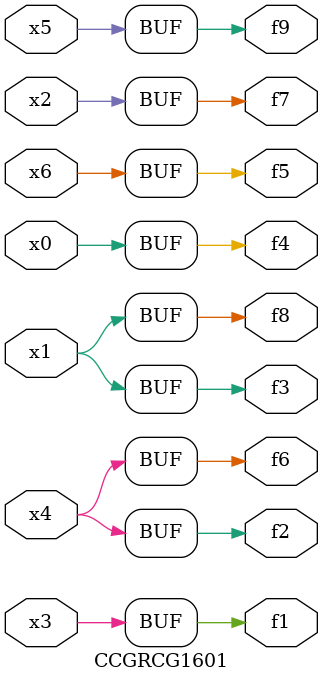
<source format=v>
module CCGRCG1601(
	input x0, x1, x2, x3, x4, x5, x6,
	output f1, f2, f3, f4, f5, f6, f7, f8, f9
);
	assign f1 = x3;
	assign f2 = x4;
	assign f3 = x1;
	assign f4 = x0;
	assign f5 = x6;
	assign f6 = x4;
	assign f7 = x2;
	assign f8 = x1;
	assign f9 = x5;
endmodule

</source>
